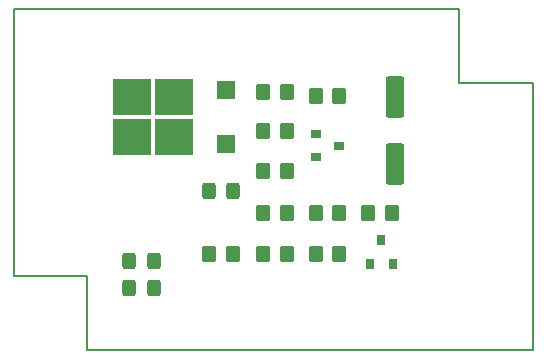
<source format=gtp>
G04 #@! TF.GenerationSoftware,KiCad,Pcbnew,7.0.1-3b83917a11~172~ubuntu20.04.1*
G04 #@! TF.CreationDate,2023-04-02T03:02:38+02:00*
G04 #@! TF.ProjectId,C64Saver2,43363453-6176-4657-9232-2e6b69636164,2.6*
G04 #@! TF.SameCoordinates,Original*
G04 #@! TF.FileFunction,Paste,Top*
G04 #@! TF.FilePolarity,Positive*
%FSLAX46Y46*%
G04 Gerber Fmt 4.6, Leading zero omitted, Abs format (unit mm)*
G04 Created by KiCad (PCBNEW 7.0.1-3b83917a11~172~ubuntu20.04.1) date 2023-04-02 03:02:38*
%MOMM*%
%LPD*%
G01*
G04 APERTURE LIST*
G04 Aperture macros list*
%AMRoundRect*
0 Rectangle with rounded corners*
0 $1 Rounding radius*
0 $2 $3 $4 $5 $6 $7 $8 $9 X,Y pos of 4 corners*
0 Add a 4 corners polygon primitive as box body*
4,1,4,$2,$3,$4,$5,$6,$7,$8,$9,$2,$3,0*
0 Add four circle primitives for the rounded corners*
1,1,$1+$1,$2,$3*
1,1,$1+$1,$4,$5*
1,1,$1+$1,$6,$7*
1,1,$1+$1,$8,$9*
0 Add four rect primitives between the rounded corners*
20,1,$1+$1,$2,$3,$4,$5,0*
20,1,$1+$1,$4,$5,$6,$7,0*
20,1,$1+$1,$6,$7,$8,$9,0*
20,1,$1+$1,$8,$9,$2,$3,0*%
G04 Aperture macros list end*
%ADD10RoundRect,0.250000X-0.550000X1.500000X-0.550000X-1.500000X0.550000X-1.500000X0.550000X1.500000X0*%
%ADD11R,1.600000X1.500000*%
%ADD12R,3.200000X3.100000*%
%ADD13RoundRect,0.250000X-0.350000X-0.450000X0.350000X-0.450000X0.350000X0.450000X-0.350000X0.450000X0*%
%ADD14RoundRect,0.250000X0.350000X0.450000X-0.350000X0.450000X-0.350000X-0.450000X0.350000X-0.450000X0*%
%ADD15R,0.800000X0.900000*%
%ADD16RoundRect,0.250000X0.325000X0.450000X-0.325000X0.450000X-0.325000X-0.450000X0.325000X-0.450000X0*%
%ADD17R,0.900000X0.800000*%
G04 #@! TA.AperFunction,Profile*
%ADD18C,0.150000*%
G04 #@! TD*
G04 APERTURE END LIST*
D10*
X172720000Y-91180000D03*
X172720000Y-96780000D03*
D11*
X158397600Y-95111600D03*
D12*
X153997600Y-94511600D03*
X153997600Y-91111600D03*
X150497600Y-94511600D03*
X150497600Y-91111600D03*
D11*
X158397600Y-90511600D03*
D13*
X161560000Y-90678000D03*
X163560000Y-90678000D03*
X161560000Y-100965000D03*
X163560000Y-100965000D03*
X156988000Y-104394000D03*
X158988000Y-104394000D03*
D14*
X168005000Y-104394000D03*
X166005000Y-104394000D03*
D13*
X170450000Y-100965000D03*
X172450000Y-100965000D03*
X161560000Y-97409000D03*
X163560000Y-97409000D03*
D14*
X163560000Y-104394000D03*
X161560000Y-104394000D03*
D15*
X170627000Y-105267000D03*
X172527000Y-105267000D03*
X171577000Y-103267000D03*
D16*
X152282000Y-105029000D03*
X150232000Y-105029000D03*
D13*
X161560000Y-93980000D03*
X163560000Y-93980000D03*
X166005000Y-100965000D03*
X168005000Y-100965000D03*
D17*
X166005000Y-94300000D03*
X166005000Y-96200000D03*
X168005000Y-95250000D03*
D13*
X166005000Y-91059000D03*
X168005000Y-91059000D03*
D16*
X152282000Y-107315000D03*
X150232000Y-107315000D03*
X159013000Y-99060000D03*
X156963000Y-99060000D03*
D18*
X146685000Y-106299000D02*
X140462000Y-106299000D01*
X184404000Y-89916000D02*
X184404000Y-112522000D01*
X140462000Y-106299000D02*
X140462000Y-83693000D01*
X178181000Y-83693000D02*
X178181000Y-89916000D01*
X140462000Y-83693000D02*
X178181000Y-83693000D01*
X184404000Y-112522000D02*
X146685000Y-112522000D01*
X178181000Y-89916000D02*
X184404000Y-89916000D01*
X146685000Y-112522000D02*
X146685000Y-106299000D01*
M02*

</source>
